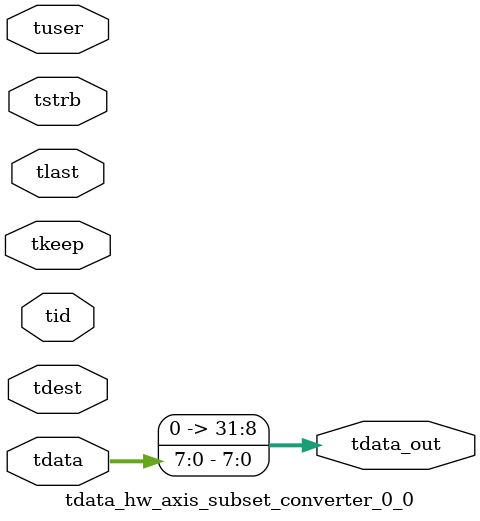
<source format=v>


`timescale 1ps/1ps

module tdata_hw_axis_subset_converter_0_0 #
(
parameter C_S_AXIS_TDATA_WIDTH = 32,
parameter C_S_AXIS_TUSER_WIDTH = 0,
parameter C_S_AXIS_TID_WIDTH   = 0,
parameter C_S_AXIS_TDEST_WIDTH = 0,
parameter C_M_AXIS_TDATA_WIDTH = 32
)
(
input  [(C_S_AXIS_TDATA_WIDTH == 0 ? 1 : C_S_AXIS_TDATA_WIDTH)-1:0     ] tdata,
input  [(C_S_AXIS_TUSER_WIDTH == 0 ? 1 : C_S_AXIS_TUSER_WIDTH)-1:0     ] tuser,
input  [(C_S_AXIS_TID_WIDTH   == 0 ? 1 : C_S_AXIS_TID_WIDTH)-1:0       ] tid,
input  [(C_S_AXIS_TDEST_WIDTH == 0 ? 1 : C_S_AXIS_TDEST_WIDTH)-1:0     ] tdest,
input  [(C_S_AXIS_TDATA_WIDTH/8)-1:0 ] tkeep,
input  [(C_S_AXIS_TDATA_WIDTH/8)-1:0 ] tstrb,
input                                                                    tlast,
output [C_M_AXIS_TDATA_WIDTH-1:0] tdata_out
);

assign tdata_out = {40'b0000000000000000000000000000000000000000,tdata[7:0]};

endmodule


</source>
